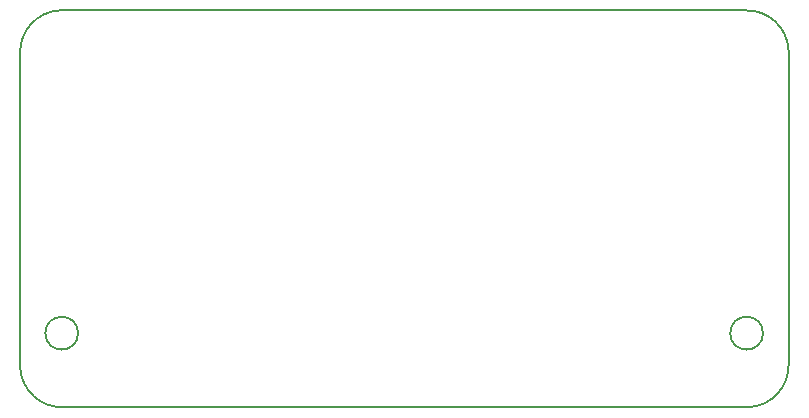
<source format=gm1>
G04 #@! TF.FileFunction,Profile,NP*
%FSLAX46Y46*%
G04 Gerber Fmt 4.6, Leading zero omitted, Abs format (unit mm)*
G04 Created by KiCad (PCBNEW 4.0.7) date 03/27/18 21:51:40*
%MOMM*%
%LPD*%
G01*
G04 APERTURE LIST*
%ADD10C,0.100000*%
%ADD11C,0.150000*%
G04 APERTURE END LIST*
D10*
D11*
X183783272Y-114909600D02*
G75*
G03X183783272Y-114909600I-1385872J0D01*
G01*
X125793500Y-114909600D02*
G75*
G03X125793500Y-114909600I-1385872J0D01*
G01*
X124256800Y-87579201D02*
G75*
G03X120890558Y-91247352I177058J-3541151D01*
G01*
X120891301Y-117806998D02*
G75*
G03X124559452Y-121173240I3541151J177058D01*
G01*
X182587900Y-121170699D02*
G75*
G03X185954142Y-117502548I-177058J3541151D01*
G01*
X185951251Y-90945442D02*
G75*
G03X182283100Y-87579200I-3541151J-177058D01*
G01*
X185951252Y-117502600D02*
X185951252Y-90945442D01*
X124559452Y-121173240D02*
X182587900Y-121173240D01*
X120891300Y-91247352D02*
X120891300Y-117806800D01*
X182283100Y-87579200D02*
X124256800Y-87579200D01*
M02*

</source>
